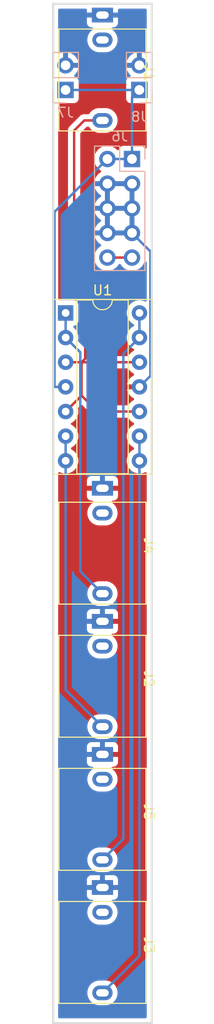
<source format=kicad_pcb>
(kicad_pcb (version 20211014) (generator pcbnew)
  (layers (0 "F.Cu" signal) (31 "B.Cu" signal) (34 "B.Paste" user) (35 "F.Paste" user) (36 "B.SilkS" user "B.Silkscreen") (37 "F.SilkS" user "F.Silkscreen") (38 "B.Mask" user) (39 "F.Mask" user) (44 "Edge.Cuts" user))
  (net 0 "")
  (net 1 "+12V")
  (net 2 "GND")
  (net 3 "Net-(J1-PadS)")
  (net 4 "Net-(J2-PadS)")
  (net 5 "Net-(J3-PadS)")
  (net 6 "Net-(J4-PadS)")
  (net 7 "Net-(J5-PadS)")
  (net 8 "-12V")
  (footprint "Eurorack:Thonkiconn" (layer "F.Cu") (at 66.04 86.36 -90)
    (fp_text reference "J4" (at 0 -4.8 -90 unlocked) (layer "F.SilkS"))
    (fp_text value "AudioJack2")
    (fp_rect (start -4.5 -4.5) (end 6 4.5) (layer "F.SilkS") (width 0.12) (fill none))
    (pad "P" thru_hole oval (at -3.38 0 270) (size 1.524 2.1) (drill oval 0.762 1.3) (layers *.Cu *.Mask))
    (pad "S" thru_hole oval (at 4.92 0 270) (size 1.524 2.1) (drill oval 0.762 1.3) (layers *.Cu *.Mask) (net 6 "Net-(J4-PadS)"))
    (pad "T" thru_hole trapezoid (at -5.94 0 270) (size 1.524 2.2) (drill oval 0.762 1.3) (layers *.Cu *.Mask) (net 2 "GND"))
  )
  (footprint "Package_DIP:DIP-14_W7.62mm_Socket" (layer "F.Cu") (at 62.24 62.352)
    (fp_text reference "U1" (at 3.81 -2.33) (layer "F.SilkS"))
    (fp_text value "LM324")
    (fp_line (start 2.81 -1.33) (end 1.16 -1.33) (layer "F.SilkS") (width 0.12))
    (fp_line (start 6.46 16.57) (end 6.46 -1.33) (layer "F.SilkS") (width 0.12))
    (fp_line (start -1.33 -1.39) (end -1.33 16.63) (layer "F.SilkS") (width 0.12))
    (fp_line (start 6.46 -1.33) (end 4.81 -1.33) (layer "F.SilkS") (width 0.12))
    (fp_line (start 8.95 16.63) (end 8.95 -1.39) (layer "F.SilkS") (width 0.12))
    (fp_line (start -1.33 16.63) (end 8.95 16.63) (layer "F.SilkS") (width 0.12))
    (fp_line (start 1.16 -1.33) (end 1.16 16.57) (layer "F.SilkS") (width 0.12))
    (fp_line (start 8.95 -1.39) (end -1.33 -1.39) (layer "F.SilkS") (width 0.12))
    (fp_line (start 1.16 16.57) (end 6.46 16.57) (layer "F.SilkS") (width 0.12))
    (fp_arc (start 4.81 -1.33) (mid 3.81 -0.33) (end 2.81 -1.33) (layer "F.SilkS") (width 0.12))
    (pad "1" thru_hole rect (at 0 0) (size 1.6 1.6) (drill 0.8) (layers *.Cu *.Mask) (net 6 "Net-(J4-PadS)"))
    (pad "2" thru_hole oval (at 0 2.54) (size 1.6 1.6) (drill 0.8) (layers *.Cu *.Mask) (net 6 "Net-(J4-PadS)"))
    (pad "3" thru_hole oval (at 0 5.08) (size 1.6 1.6) (drill 0.8) (layers *.Cu *.Mask) (net 3 "Net-(J1-PadS)"))
    (pad "4" thru_hole oval (at 0 7.62) (size 1.6 1.6) (drill 0.8) (layers *.Cu *.Mask) (net 1 "+12V"))
    (pad "5" thru_hole oval (at 0 10.16) (size 1.6 1.6) (drill 0.8) (layers *.Cu *.Mask) (net 3 "Net-(J1-PadS)"))
    (pad "6" thru_hole oval (at 0 12.7) (size 1.6 1.6) (drill 0.8) (layers *.Cu *.Mask) (net 4 "Net-(J2-PadS)"))
    (pad "7" thru_hole oval (at 0 15.24) (size 1.6 1.6) (drill 0.8) (layers *.Cu *.Mask) (net 4 "Net-(J2-PadS)"))
    (pad "8" thru_hole oval (at 7.62 15.24) (size 1.6 1.6) (drill 0.8) (layers *.Cu *.Mask) (net 5 "Net-(J3-PadS)"))
    (pad "9" thru_hole oval (at 7.62 12.7) (size 1.6 1.6) (drill 0.8) (layers *.Cu *.Mask) (net 5 "Net-(J3-PadS)"))
    (pad "10" thru_hole oval (at 7.62 10.16) (size 1.6 1.6) (drill 0.8) (layers *.Cu *.Mask) (net 3 "Net-(J1-PadS)"))
    (pad "11" thru_hole oval (at 7.62 7.62) (size 1.6 1.6) (drill 0.8) (layers *.Cu *.Mask) (net 2 "GND"))
    (pad "12" thru_hole oval (at 7.62 5.08) (size 1.6 1.6) (drill 0.8) (layers *.Cu *.Mask) (net 3 "Net-(J1-PadS)"))
    (pad "13" thru_hole oval (at 7.62 2.54) (size 1.6 1.6) (drill 0.8) (layers *.Cu *.Mask) (net 7 "Net-(J5-PadS)"))
    (pad "14" thru_hole oval (at 7.62 0) (size 1.6 1.6) (drill 0.8) (layers *.Cu *.Mask) (net 7 "Net-(J5-PadS)"))
  )
  (footprint "Eurorack:Thonkiconn" (layer "F.Cu") (at 66.04 100.076 -90)
    (fp_text reference "J2" (at 0 -4.8 -90 unlocked) (layer "F.SilkS"))
    (fp_text value "AudioJack2")
    (fp_rect (start -4.5 -4.5) (end 6 4.5) (layer "F.SilkS") (width 0.12) (fill none))
    (pad "P" thru_hole oval (at -3.38 0 270) (size 1.524 2.1) (drill oval 0.762 1.3) (layers *.Cu *.Mask))
    (pad "S" thru_hole oval (at 4.92 0 270) (size 1.524 2.1) (drill oval 0.762 1.3) (layers *.Cu *.Mask) (net 4 "Net-(J2-PadS)"))
    (pad "T" thru_hole trapezoid (at -5.94 0 270) (size 1.524 2.2) (drill oval 0.762 1.3) (layers *.Cu *.Mask) (net 2 "GND"))
  )
  (footprint "Eurorack:Thonkiconn" (layer "F.Cu") (at 66.04 37.592 -90)
    (fp_text reference "J1" (at 0 -4.8 -90 unlocked) (layer "F.SilkS"))
    (fp_text value "AudioJack2")
    (fp_rect (start -4.5 -4.5) (end 6 4.5) (layer "F.SilkS") (width 0.12) (fill none))
    (pad "P" thru_hole oval (at -3.38 0 270) (size 1.524 2.1) (drill oval 0.762 1.3) (layers *.Cu *.Mask))
    (pad "S" thru_hole oval (at 4.92 0 270) (size 1.524 2.1) (drill oval 0.762 1.3) (layers *.Cu *.Mask) (net 3 "Net-(J1-PadS)"))
    (pad "T" thru_hole trapezoid (at -5.94 0 270) (size 1.524 2.2) (drill oval 0.762 1.3) (layers *.Cu *.Mask) (net 2 "GND"))
  )
  (footprint "Eurorack:Thonkiconn" (layer "F.Cu") (at 66.04 113.792 -90)
    (fp_text reference "J5" (at 0 -4.8 -90 unlocked) (layer "F.SilkS"))
    (fp_text value "AudioJack2")
    (fp_rect (start -4.5 -4.5) (end 6 4.5) (layer "F.SilkS") (width 0.12) (fill none))
    (pad "P" thru_hole oval (at -3.38 0 270) (size 1.524 2.1) (drill oval 0.762 1.3) (layers *.Cu *.Mask))
    (pad "S" thru_hole oval (at 4.92 0 270) (size 1.524 2.1) (drill oval 0.762 1.3) (layers *.Cu *.Mask) (net 7 "Net-(J5-PadS)"))
    (pad "T" thru_hole trapezoid (at -5.94 0 270) (size 1.524 2.2) (drill oval 0.762 1.3) (layers *.Cu *.Mask) (net 2 "GND"))
  )
  (footprint "Eurorack:Thonkiconn" (layer "F.Cu") (at 66.04 127.508 -90)
    (fp_text reference "J3" (at 0 -4.8 -90 unlocked) (layer "F.SilkS"))
    (fp_text value "AudioJack2")
    (fp_rect (start -4.5 -4.5) (end 6 4.5) (layer "F.SilkS") (width 0.12) (fill none))
    (pad "P" thru_hole oval (at -3.38 0 270) (size 1.524 2.1) (drill oval 0.762 1.3) (layers *.Cu *.Mask))
    (pad "S" thru_hole oval (at 4.92 0 270) (size 1.524 2.1) (drill oval 0.762 1.3) (layers *.Cu *.Mask) (net 5 "Net-(J3-PadS)"))
    (pad "T" thru_hole trapezoid (at -5.94 0 270) (size 1.524 2.2) (drill oval 0.762 1.3) (layers *.Cu *.Mask) (net 2 "GND"))
  )
  (footprint "Connector_PinHeader_2.54mm:PinHeader_1x02_P2.54mm_Vertical" (layer "B.Cu") (at 62.23 39.37)
    (fp_text reference "J7" (at 0 2.33) (layer "B.SilkS") (effects (justify mirror)))
    (fp_text value "Conn_01x02_Male")
    (fp_line (start -1.33 1.33) (end 0 1.33) (layer "B.SilkS") (width 0.12))
    (fp_line (start -1.33 -1.27) (end 1.33 -1.27) (layer "B.SilkS") (width 0.12))
    (fp_line (start -1.33 -3.87) (end 1.33 -3.87) (layer "B.SilkS") (width 0.12))
    (fp_line (start 1.33 -1.27) (end 1.33 -3.87) (layer "B.SilkS") (width 0.12))
    (fp_line (start -1.33 0) (end -1.33 1.33) (layer "B.SilkS") (width 0.12))
    (fp_line (start -1.33 -1.27) (end -1.33 -3.87) (layer "B.SilkS") (width 0.12))
    (pad "1" thru_hole rect (at 0 0) (size 1.7 1.7) (drill 1) (layers *.Cu *.Mask) (net 1 "+12V"))
    (pad "2" thru_hole oval (at 0 -2.54) (size 1.7 1.7) (drill 1) (layers *.Cu *.Mask) (net 2 "GND"))
  )
  (footprint "Connector_PinHeader_2.54mm:PinHeader_2x05_P2.54mm_Vertical" (layer "B.Cu") (at 69.093 46.487 180)
    (fp_text reference "J6" (at 1.27 2.33) (layer "B.SilkS") (effects (justify mirror)))
    (fp_text value "Conn_02x05_Odd_Even")
    (fp_line (start 1.27 -1.27) (end 1.27 1.33) (layer "B.SilkS") (width 0.12))
    (fp_line (start -1.33 -11.49) (end 3.87 -11.49) (layer "B.SilkS") (width 0.12))
    (fp_line (start 1.27 1.33) (end 3.87 1.33) (layer "B.SilkS") (width 0.12))
    (fp_line (start -1.33 -1.27) (end -1.33 -11.49) (layer "B.SilkS") (width 0.12))
    (fp_line (start -1.33 0) (end -1.33 1.33) (layer "B.SilkS") (width 0.12))
    (fp_line (start 3.87 1.33) (end 3.87 -11.49) (layer "B.SilkS") (width 0.12))
    (fp_line (start -1.33 1.33) (end 0 1.33) (layer "B.SilkS") (width 0.12))
    (fp_line (start -1.33 -1.27) (end 1.27 -1.27) (layer "B.SilkS") (width 0.12))
    (pad "1" thru_hole rect (at 0 0 180) (size 1.7 1.7) (drill 1) (layers *.Cu *.Mask) (net 1 "+12V"))
    (pad "2" thru_hole oval (at 2.54 0 180) (size 1.7 1.7) (drill 1) (layers *.Cu *.Mask) (net 1 "+12V"))
    (pad "3" thru_hole oval (at 0 -2.54 180) (size 1.7 1.7) (drill 1) (layers *.Cu *.Mask) (net 2 "GND"))
    (pad "4" thru_hole oval (at 2.54 -2.54 180) (size 1.7 1.7) (drill 1) (layers *.Cu *.Mask) (net 2 "GND"))
    (pad "5" thru_hole oval (at 0 -5.08 180) (size 1.7 1.7) (drill 1) (layers *.Cu *.Mask) (net 2 "GND"))
    (pad "6" thru_hole oval (at 2.54 -5.08 180) (size 1.7 1.7) (drill 1) (layers *.Cu *.Mask) (net 2 "GND"))
    (pad "7" thru_hole oval (at 0 -7.62 180) (size 1.7 1.7) (drill 1) (layers *.Cu *.Mask) (net 2 "GND"))
    (pad "8" thru_hole oval (at 2.54 -7.62 180) (size 1.7 1.7) (drill 1) (layers *.Cu *.Mask) (net 2 "GND"))
    (pad "9" thru_hole oval (at 0 -10.16 180) (size 1.7 1.7) (drill 1) (layers *.Cu *.Mask) (net 8 "-12V"))
    (pad "10" thru_hole oval (at 2.54 -10.16 180) (size 1.7 1.7) (drill 1) (layers *.Cu *.Mask) (net 8 "-12V"))
  )
  (footprint "Connector_PinSocket_2.54mm:PinSocket_1x02_P2.54mm_Vertical" (layer "B.Cu") (at 69.85 39.37)
    (fp_text reference "J8" (at 0 2.77) (layer "B.SilkS") (effects (justify mirror)))
    (fp_text value "Conn_01x02_Female")
    (fp_line (start -1.33 -1.27) (end 1.33 -1.27) (layer "B.SilkS") (width 0.12))
    (fp_line (start -1.33 -1.27) (end -1.33 -3.87) (layer "B.SilkS") (width 0.12))
    (fp_line (start -1.33 -3.87) (end 1.33 -3.87) (layer "B.SilkS") (width 0.12))
    (fp_line (start 0 1.33) (end 1.33 1.33) (layer "B.SilkS") (width 0.12))
    (fp_line (start 1.33 -1.27) (end 1.33 -3.87) (layer "B.SilkS") (width 0.12))
    (fp_line (start 1.33 1.33) (end 1.33 0) (layer "B.SilkS") (width 0.12))
    (pad "1" thru_hole rect (at 0 0) (size 1.7 1.7) (drill 1) (layers *.Cu *.Mask) (net 1 "+12V"))
    (pad "2" thru_hole oval (at 0 -2.54) (size 1.7 1.7) (drill 1) (layers *.Cu *.Mask) (net 2 "GND"))
  )
  (gr_rect (start 60.96 30.48) (end 71.12 135.56) (layer "Edge.Cuts") (width 0.2) (fill none))
  (segment (start 69.093 46.487) (end 68.58 45.974) (width 0.25) (layer "F.Cu") (net 1))
  (segment (start 61.092 69.972) (end 62.24 69.972) (width 0.25) (layer "B.Cu") (net 1))
  (segment (start 69.093 40.127) (end 69.85 39.37) (width 0.25) (layer "B.Cu") (net 1))
  (segment (start 69.85 39.37) (end 62.23 39.37) (width 0.25) (layer "B.Cu") (net 1))
  (segment (start 66.543 46.487) (end 61.087 51.943) (width 0.25) (layer "B.Cu") (net 1))
  (segment (start 69.093 46.487) (end 69.093 40.127) (width 0.25) (layer "B.Cu") (net 1))
  (segment (start 61.087 69.977) (end 61.092 69.972) (width 0.25) (layer "B.Cu") (net 1))
  (segment (start 61.087 51.943) (end 61.087 69.977) (width 0.25) (layer "B.Cu") (net 1))
  (segment (start 66.543 46.487) (end 69.083 46.487) (width 0.25) (layer "B.Cu") (net 1))
  (segment (start 70.993 56.017) (end 69.083 54.107) (width 0.25) (layer "B.Cu") (net 2))
  (segment (start 70.993 68.839) (end 70.993 56.017) (width 0.25) (layer "B.Cu") (net 2))
  (segment (start 69.86 69.972) (end 70.993 68.839) (width 0.25) (layer "B.Cu") (net 2))
  (segment (start 63.881 70.871) (end 65.522 72.512) (width 0.25) (layer "F.Cu") (net 3))
  (segment (start 65.522 72.512) (end 69.86 72.512) (width 0.25) (layer "F.Cu") (net 3))
  (segment (start 63.881 67.437) (end 63.886 67.432) (width 0.25) (layer "F.Cu") (net 3))
  (segment (start 63.886 67.432) (end 62.24 67.432) (width 0.25) (layer "F.Cu") (net 3))
  (segment (start 62.24 72.512) (end 63.881 70.871) (width 0.25) (layer "F.Cu") (net 3))
  (segment (start 64.168 42.512) (end 63.119 43.561) (width 0.25) (layer "F.Cu") (net 3))
  (segment (start 66.04 42.512) (end 64.168 42.512) (width 0.25) (layer "F.Cu") (net 3))
  (segment (start 63.119 43.561) (end 63.119 59.563) (width 0.25) (layer "F.Cu") (net 3))
  (segment (start 64.262 67.056) (end 64.262 60.706) (width 0.25) (layer "F.Cu") (net 3))
  (segment (start 63.886 67.432) (end 64.262 67.056) (width 0.25) (layer "F.Cu") (net 3))
  (segment (start 63.881 70.871) (end 63.881 67.437) (width 0.25) (layer "F.Cu") (net 3))
  (segment (start 63.119 59.563) (end 64.262 60.706) (width 0.25) (layer "F.Cu") (net 3))
  (segment (start 69.86 67.432) (end 63.886 67.432) (width 0.25) (layer "F.Cu") (net 3))
  (segment (start 62.24 101.196) (end 66.04 104.996) (width 0.25) (layer "B.Cu") (net 4))
  (segment (start 62.24 75.052) (end 62.24 77.592) (width 0.25) (layer "B.Cu") (net 4))
  (segment (start 62.24 77.592) (end 62.24 101.196) (width 0.25) (layer "B.Cu") (net 4))
  (segment (start 69.86 75.052) (end 69.86 77.592) (width 0.25) (layer "B.Cu") (net 5))
  (segment (start 69.86 128.608) (end 66.04 132.428) (width 0.25) (layer "B.Cu") (net 5))
  (segment (start 69.86 77.592) (end 69.86 128.608) (width 0.25) (layer "B.Cu") (net 5))
  (segment (start 62.24 62.352) (end 62.24 64.892) (width 0.25) (layer "B.Cu") (net 6))
  (segment (start 62.24 64.892) (end 63.754 66.406) (width 0.25) (layer "B.Cu") (net 6))
  (segment (start 63.754 66.406) (end 63.754 88.994) (width 0.25) (layer "B.Cu") (net 6))
  (segment (start 63.754 88.994) (end 66.04 91.28) (width 0.25) (layer "B.Cu") (net 6))
  (segment (start 68.199 116.553) (end 66.04 118.712) (width 0.25) (layer "B.Cu") (net 7))
  (segment (start 69.86 62.352) (end 69.86 64.892) (width 0.25) (layer "B.Cu") (net 7))
  (segment (start 69.86 64.892) (end 68.199 66.553) (width 0.25) (layer "B.Cu") (net 7))
  (segment (start 68.199 66.553) (end 68.199 116.553) (width 0.25) (layer "B.Cu") (net 7))
  (segment (start 66.543 56.647) (end 69.083 56.647) (width 0.25) (layer "F.Cu") (net 8))
  (zone (net 2) (net_name "GND") (layers F&B.Cu) (connect_pads (clearance 0.508)) (min_thickness 0.254) (fill yes (thermal_gap 0.508) (thermal_bridge_width 0.508))
    (polygon (pts (xy 71.12 135.56) (xy 60.96 135.56) (xy 60.96 30.099) (xy 71.12 30.099)))
  )
)
</source>
